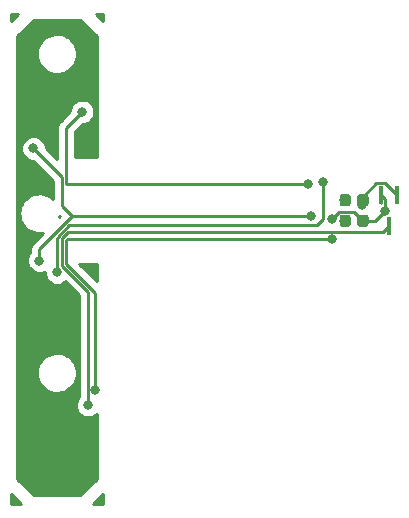
<source format=gbr>
%TF.GenerationSoftware,KiCad,Pcbnew,(5.99.0-2309-gaf729d578)*%
%TF.CreationDate,2020-09-01T21:34:39-04:00*%
%TF.ProjectId,flex,666c6578-2e6b-4696-9361-645f70636258,rev?*%
%TF.SameCoordinates,Original*%
%TF.FileFunction,Copper,L1,Top*%
%TF.FilePolarity,Positive*%
%FSLAX46Y46*%
G04 Gerber Fmt 4.6, Leading zero omitted, Abs format (unit mm)*
G04 Created by KiCad (PCBNEW (5.99.0-2309-gaf729d578)) date 2020-09-01 21:34:39*
%MOMM*%
%LPD*%
G01*
G04 APERTURE LIST*
%TA.AperFunction,SMDPad,CuDef*%
%ADD10R,0.450000X1.500000*%
%TD*%
%TA.AperFunction,ViaPad*%
%ADD11C,0.800000*%
%TD*%
%TA.AperFunction,Conductor*%
%ADD12C,0.250000*%
%TD*%
%TA.AperFunction,NonConductor*%
%ADD13C,0.254000*%
%TD*%
G04 APERTURE END LIST*
%TO.P,R2,2*%
%TO.N,Net-(D1-Pad2)*%
%TA.AperFunction,SMDPad,CuDef*%
G36*
G01*
X278912500Y-28361316D02*
X279387500Y-28361316D01*
G75*
G02*
X279625000Y-28598816I0J-237500D01*
G01*
X279625000Y-29173816D01*
G75*
G02*
X279387500Y-29411316I-237500J0D01*
G01*
X278912500Y-29411316D01*
G75*
G02*
X278675000Y-29173816I0J237500D01*
G01*
X278675000Y-28598816D01*
G75*
G02*
X278912500Y-28361316I237500J0D01*
G01*
G37*
%TD.AperFunction*%
%TO.P,R2,1*%
%TO.N,VIN*%
%TA.AperFunction,SMDPad,CuDef*%
G36*
G01*
X278912500Y-26611316D02*
X279387500Y-26611316D01*
G75*
G02*
X279625000Y-26848816I0J-237500D01*
G01*
X279625000Y-27423816D01*
G75*
G02*
X279387500Y-27661316I-237500J0D01*
G01*
X278912500Y-27661316D01*
G75*
G02*
X278675000Y-27423816I0J237500D01*
G01*
X278675000Y-26848816D01*
G75*
G02*
X278912500Y-26611316I237500J0D01*
G01*
G37*
%TD.AperFunction*%
%TD*%
%TO.P,R1,2*%
%TO.N,GND*%
%TA.AperFunction,SMDPad,CuDef*%
G36*
G01*
X280412500Y-28361316D02*
X280887500Y-28361316D01*
G75*
G02*
X281125000Y-28598816I0J-237500D01*
G01*
X281125000Y-29173816D01*
G75*
G02*
X280887500Y-29411316I-237500J0D01*
G01*
X280412500Y-29411316D01*
G75*
G02*
X280175000Y-29173816I0J237500D01*
G01*
X280175000Y-28598816D01*
G75*
G02*
X280412500Y-28361316I237500J0D01*
G01*
G37*
%TD.AperFunction*%
%TO.P,R1,1*%
%TO.N,FLASHLIGHT*%
%TA.AperFunction,SMDPad,CuDef*%
G36*
G01*
X280412500Y-26611316D02*
X280887500Y-26611316D01*
G75*
G02*
X281125000Y-26848816I0J-237500D01*
G01*
X281125000Y-27423816D01*
G75*
G02*
X280887500Y-27661316I-237500J0D01*
G01*
X280412500Y-27661316D01*
G75*
G02*
X280175000Y-27423816I0J237500D01*
G01*
X280175000Y-26848816D01*
G75*
G02*
X280412500Y-26611316I237500J0D01*
G01*
G37*
%TD.AperFunction*%
%TD*%
D10*
%TO.P,Q1,3,D*%
%TO.N,Net-(D1-Pad1)*%
X282850000Y-29341316D03*
%TO.P,Q1,2,S*%
%TO.N,GND*%
X282200000Y-26681316D03*
%TO.P,Q1,1,G*%
%TO.N,FLASHLIGHT*%
X283500000Y-26681316D03*
%TD*%
D11*
%TO.N,GND*%
X252750000Y-22750000D03*
X253250000Y-32250000D03*
X276250000Y-28500000D03*
X278000000Y-28750000D03*
%TO.N,BUTTON2*%
X256875000Y-19650000D03*
%TO.N,GND*%
X282559026Y-28029513D03*
%TO.N,BUTTON2*%
X276000000Y-25750000D03*
%TO.N,FLASHLIGHT*%
X280596043Y-27520059D03*
%TO.N,BUTTON4*%
X277250000Y-25561316D03*
X254750000Y-33250000D03*
%TO.N,Net-(D1-Pad2)*%
X258000000Y-43250000D03*
X278000000Y-30461316D03*
%TO.N,Net-(D1-Pad1)*%
X257374990Y-44500000D03*
%TO.N,Net-(D1-Pad2)*%
X279070883Y-28881607D03*
%TO.N,VIN*%
X279070883Y-27141025D03*
%TD*%
D12*
%TO.N,BUTTON2*%
X255531786Y-25750000D02*
X255524990Y-25743204D01*
%TO.N,GND*%
X252750000Y-22750000D02*
X255174979Y-25174979D01*
%TO.N,BUTTON2*%
X255524990Y-25743204D02*
X255524990Y-21000010D01*
X276000000Y-25750000D02*
X255531786Y-25750000D01*
X255524990Y-21000010D02*
X256875000Y-19650000D01*
%TO.N,GND*%
X255174979Y-25174979D02*
X255174979Y-27616849D01*
X255174979Y-27616849D02*
X256058130Y-28500000D01*
X253250000Y-31308130D02*
X256058130Y-28500000D01*
X253250000Y-32250000D02*
X253250000Y-31308130D01*
X256058130Y-28500000D02*
X276250000Y-28500000D01*
X278000000Y-28750000D02*
X278613694Y-28136306D01*
X278613694Y-28136306D02*
X279899990Y-28136306D01*
X279899990Y-28136306D02*
X280650000Y-28886316D01*
%TO.N,FLASHLIGHT*%
X280650000Y-27466102D02*
X280596043Y-27520059D01*
%TO.N,GND*%
X280650000Y-28886316D02*
X281702223Y-28886316D01*
X281702223Y-28886316D02*
X282559026Y-28029513D01*
%TO.N,FLASHLIGHT*%
X280650000Y-27136316D02*
X280650000Y-27466102D01*
%TO.N,GND*%
X282200000Y-26681316D02*
X282559026Y-27040342D01*
X282559026Y-27040342D02*
X282559026Y-28029513D01*
%TO.N,Net-(D1-Pad1)*%
X255174979Y-32674979D02*
X257374990Y-34874990D01*
X255174979Y-30373131D02*
X255174979Y-32674979D01*
X255711796Y-29836314D02*
X255174979Y-30373131D01*
%TO.N,BUTTON4*%
X277250000Y-28750000D02*
X277250000Y-25561316D01*
%TO.N,Net-(D1-Pad1)*%
X282355002Y-29836314D02*
X255711796Y-29836314D01*
X282850000Y-29341316D02*
X282355002Y-29836314D01*
X257374990Y-34874990D02*
X257374990Y-44500000D01*
%TO.N,BUTTON4*%
X254750000Y-30303120D02*
X254824968Y-30303120D01*
X276750000Y-29250000D02*
X277250000Y-28750000D01*
X254824968Y-30303120D02*
X254824968Y-30228152D01*
X254824968Y-30228152D02*
X255803120Y-29250000D01*
X255803120Y-29250000D02*
X276750000Y-29250000D01*
%TO.N,Net-(D1-Pad2)*%
X255524990Y-30518110D02*
X255656796Y-30386304D01*
%TO.N,BUTTON4*%
X254750000Y-30303120D02*
X254750000Y-33250000D01*
%TO.N,Net-(D1-Pad2)*%
X277924988Y-30386304D02*
X278000000Y-30461316D01*
X258000000Y-43250000D02*
X258000000Y-34979526D01*
X255524990Y-32504516D02*
X255524990Y-30518110D01*
X255656796Y-30386304D02*
X277924988Y-30386304D01*
X258000000Y-34979526D02*
X255524990Y-32504516D01*
%TO.N,FLASHLIGHT*%
X283500000Y-26681316D02*
X282524999Y-25706315D01*
X282524999Y-25706315D02*
X281793685Y-25706315D01*
X281793685Y-25706315D02*
X280650000Y-26850000D01*
X280650000Y-26850000D02*
X280650000Y-27136316D01*
%TO.N,GND*%
X282200000Y-27336316D02*
X282200000Y-26681316D01*
%TD*%
D13*
X258624000Y-11984987D02*
X258018926Y-11376000D01*
X258624000Y-11376000D01*
X258624000Y-11984987D01*
%TA.AperFunction,NonConductor*%
G36*
X258624000Y-11984987D02*
G01*
X258018926Y-11376000D01*
X258624000Y-11376000D01*
X258624000Y-11984987D01*
G37*
%TD.AperFunction*%
X250876000Y-11984988D02*
X250876000Y-11376000D01*
X251481074Y-11376000D01*
X250876000Y-11984988D01*
%TA.AperFunction,NonConductor*%
G36*
X250876000Y-11984988D02*
G01*
X250876000Y-11376000D01*
X251481074Y-11376000D01*
X250876000Y-11984988D01*
G37*
%TD.AperFunction*%
X254981915Y-28499999D02*
X254901523Y-28580391D01*
X254926456Y-28444540D01*
X254981915Y-28499999D01*
%TA.AperFunction,NonConductor*%
G36*
X254981915Y-28499999D02*
G01*
X254901523Y-28580391D01*
X254926456Y-28444540D01*
X254981915Y-28499999D01*
G37*
%TD.AperFunction*%
X258116001Y-34019312D02*
X256634000Y-32537312D01*
X258116001Y-32537312D01*
X258116001Y-34019312D01*
%TA.AperFunction,NonConductor*%
G36*
X258116001Y-34019312D02*
G01*
X256634000Y-32537312D01*
X258116001Y-32537312D01*
X258116001Y-34019312D01*
G37*
%TD.AperFunction*%
X258116001Y-13272732D02*
X258116000Y-23453018D01*
X256285990Y-23469243D01*
X256285990Y-21315225D01*
X256915216Y-20686000D01*
X257003062Y-20686000D01*
X257019438Y-20683844D01*
X257266835Y-20617554D01*
X257282095Y-20611233D01*
X257503905Y-20483171D01*
X257517009Y-20473116D01*
X257698116Y-20292009D01*
X257708171Y-20278905D01*
X257836233Y-20057095D01*
X257842554Y-20041835D01*
X257908844Y-19794438D01*
X257911000Y-19778062D01*
X257911000Y-19521938D01*
X257908844Y-19505562D01*
X257842554Y-19258165D01*
X257836233Y-19242905D01*
X257708171Y-19021095D01*
X257698116Y-19007991D01*
X257517009Y-18826884D01*
X257503905Y-18816829D01*
X257282095Y-18688767D01*
X257266835Y-18682446D01*
X257019438Y-18616156D01*
X257003062Y-18614000D01*
X256746938Y-18614000D01*
X256730562Y-18616156D01*
X256483165Y-18682446D01*
X256467905Y-18688767D01*
X256246095Y-18816829D01*
X256232991Y-18826884D01*
X256051884Y-19007991D01*
X256041829Y-19021095D01*
X255913767Y-19242905D01*
X255907446Y-19258165D01*
X255841156Y-19505562D01*
X255839000Y-19521938D01*
X255839000Y-19609784D01*
X255057999Y-20390786D01*
X254908755Y-20540030D01*
X254897098Y-20556075D01*
X254874128Y-20601154D01*
X254844383Y-20642095D01*
X254835379Y-20659767D01*
X254819743Y-20707892D01*
X254796773Y-20752970D01*
X254790644Y-20771833D01*
X254782729Y-20821811D01*
X254767093Y-20869932D01*
X254763991Y-20889521D01*
X254763991Y-20950036D01*
X254763990Y-23687776D01*
X253786000Y-22709786D01*
X253786000Y-22621938D01*
X253783844Y-22605562D01*
X253717554Y-22358165D01*
X253711233Y-22342905D01*
X253583171Y-22121095D01*
X253573116Y-22107991D01*
X253392009Y-21926884D01*
X253378905Y-21916829D01*
X253157095Y-21788767D01*
X253141835Y-21782446D01*
X252894438Y-21716156D01*
X252878062Y-21714000D01*
X252621938Y-21714000D01*
X252605562Y-21716156D01*
X252358165Y-21782446D01*
X252342905Y-21788767D01*
X252121095Y-21916829D01*
X252107991Y-21926884D01*
X251926884Y-22107991D01*
X251916829Y-22121095D01*
X251788767Y-22342905D01*
X251782446Y-22358165D01*
X251716156Y-22605562D01*
X251714000Y-22621938D01*
X251714000Y-22878062D01*
X251716156Y-22894438D01*
X251782446Y-23141835D01*
X251788767Y-23157095D01*
X251916829Y-23378905D01*
X251926884Y-23392009D01*
X252107991Y-23573116D01*
X252121095Y-23583171D01*
X252342905Y-23711233D01*
X252358165Y-23717554D01*
X252605562Y-23783844D01*
X252621938Y-23786000D01*
X252709786Y-23786000D01*
X254413979Y-25490194D01*
X254413980Y-27032961D01*
X254326014Y-26948013D01*
X254318192Y-26941588D01*
X254104008Y-26792727D01*
X254095261Y-26787636D01*
X253860032Y-26674932D01*
X253850583Y-26671305D01*
X253600361Y-26597662D01*
X253590454Y-26595592D01*
X253331676Y-26562900D01*
X253321565Y-26562441D01*
X253060890Y-26571544D01*
X253050836Y-26572708D01*
X252794969Y-26623371D01*
X252785230Y-26626126D01*
X252540756Y-26717045D01*
X252531583Y-26721323D01*
X252304788Y-26850160D01*
X252296417Y-26855849D01*
X252093139Y-27019288D01*
X252085785Y-27026243D01*
X251911253Y-27220081D01*
X251905106Y-27228121D01*
X251763810Y-27447370D01*
X251759027Y-27456290D01*
X251654602Y-27695308D01*
X251651307Y-27704878D01*
X251586440Y-27957518D01*
X251584717Y-27967492D01*
X251561078Y-28227252D01*
X251560972Y-28237373D01*
X251579167Y-28497572D01*
X251580680Y-28507579D01*
X251640242Y-28761522D01*
X251643336Y-28771159D01*
X251742732Y-29012312D01*
X251747327Y-29021330D01*
X251884000Y-29243490D01*
X251889978Y-29251657D01*
X252060412Y-29449107D01*
X252067619Y-29456214D01*
X252267429Y-29623875D01*
X252275680Y-29629738D01*
X252499725Y-29763296D01*
X252508807Y-29767765D01*
X252751325Y-29863784D01*
X252761004Y-29866743D01*
X253015753Y-29922753D01*
X253025781Y-29924127D01*
X253286208Y-29938687D01*
X253296326Y-29938440D01*
X253555731Y-29911176D01*
X253565680Y-29909314D01*
X253575183Y-29906732D01*
X252783010Y-30698906D01*
X252633765Y-30848150D01*
X252622108Y-30864195D01*
X252599138Y-30909274D01*
X252569393Y-30950215D01*
X252560389Y-30967887D01*
X252544753Y-31016012D01*
X252521783Y-31061090D01*
X252515654Y-31079953D01*
X252507739Y-31129931D01*
X252492103Y-31178052D01*
X252489001Y-31197641D01*
X252489001Y-31545875D01*
X252426884Y-31607991D01*
X252416829Y-31621095D01*
X252288767Y-31842905D01*
X252282446Y-31858165D01*
X252216156Y-32105562D01*
X252214000Y-32121938D01*
X252214000Y-32378062D01*
X252216156Y-32394438D01*
X252282446Y-32641835D01*
X252288767Y-32657095D01*
X252416829Y-32878905D01*
X252426884Y-32892009D01*
X252607991Y-33073116D01*
X252621095Y-33083171D01*
X252842905Y-33211233D01*
X252858165Y-33217554D01*
X253105562Y-33283844D01*
X253121938Y-33286000D01*
X253378062Y-33286000D01*
X253394438Y-33283844D01*
X253641835Y-33217554D01*
X253657095Y-33211233D01*
X253714000Y-33178379D01*
X253714000Y-33378062D01*
X253716156Y-33394438D01*
X253782446Y-33641835D01*
X253788767Y-33657095D01*
X253916829Y-33878905D01*
X253926884Y-33892009D01*
X254107991Y-34073116D01*
X254121095Y-34083171D01*
X254342905Y-34211233D01*
X254358165Y-34217554D01*
X254605562Y-34283844D01*
X254621938Y-34286000D01*
X254878062Y-34286000D01*
X254894438Y-34283844D01*
X255141835Y-34217554D01*
X255157095Y-34211233D01*
X255378905Y-34083171D01*
X255392009Y-34073116D01*
X255444455Y-34020670D01*
X256613990Y-35190207D01*
X256613991Y-43795875D01*
X256551874Y-43857991D01*
X256541819Y-43871095D01*
X256413757Y-44092905D01*
X256407436Y-44108165D01*
X256341146Y-44355562D01*
X256338990Y-44371938D01*
X256338990Y-44628062D01*
X256341146Y-44644438D01*
X256407436Y-44891835D01*
X256413757Y-44907095D01*
X256541819Y-45128905D01*
X256551874Y-45142009D01*
X256732981Y-45323116D01*
X256746085Y-45333171D01*
X256967895Y-45461233D01*
X256983155Y-45467554D01*
X257230552Y-45533844D01*
X257246928Y-45536000D01*
X257503052Y-45536000D01*
X257519428Y-45533844D01*
X257766825Y-45467554D01*
X257782085Y-45461233D01*
X258003895Y-45333171D01*
X258016999Y-45323116D01*
X258116001Y-45224114D01*
X258116000Y-50738585D01*
X256736192Y-52127316D01*
X252763809Y-52127316D01*
X251384000Y-50738586D01*
X251384000Y-41737373D01*
X253060972Y-41737373D01*
X253079167Y-41997572D01*
X253080680Y-42007579D01*
X253140242Y-42261522D01*
X253143336Y-42271159D01*
X253242732Y-42512312D01*
X253247327Y-42521330D01*
X253384000Y-42743490D01*
X253389978Y-42751657D01*
X253560412Y-42949107D01*
X253567619Y-42956214D01*
X253767429Y-43123875D01*
X253775680Y-43129738D01*
X253999725Y-43263296D01*
X254008807Y-43267765D01*
X254251325Y-43363784D01*
X254261004Y-43366743D01*
X254515753Y-43422753D01*
X254525781Y-43424127D01*
X254786208Y-43438687D01*
X254796326Y-43438440D01*
X255055731Y-43411176D01*
X255065680Y-43409314D01*
X255317389Y-43340926D01*
X255326913Y-43337498D01*
X255564450Y-43229745D01*
X255573302Y-43224839D01*
X255790556Y-43080496D01*
X255798510Y-43074236D01*
X255989893Y-42897015D01*
X255996744Y-42889564D01*
X256157329Y-42684025D01*
X256162901Y-42675575D01*
X256288559Y-42447004D01*
X256292708Y-42437772D01*
X256380205Y-42192051D01*
X256382824Y-42182275D01*
X256429969Y-41925401D01*
X256431003Y-41914668D01*
X256434083Y-41620573D01*
X256433274Y-41609821D01*
X256391519Y-41352016D01*
X256389105Y-41342186D01*
X256306773Y-41094687D01*
X256302818Y-41085370D01*
X256181974Y-40854218D01*
X256176581Y-40845653D01*
X256020336Y-40636796D01*
X256013642Y-40629204D01*
X255826014Y-40448013D01*
X255818192Y-40441588D01*
X255604008Y-40292727D01*
X255595261Y-40287636D01*
X255360032Y-40174932D01*
X255350583Y-40171305D01*
X255100361Y-40097662D01*
X255090454Y-40095592D01*
X254831676Y-40062900D01*
X254821565Y-40062441D01*
X254560890Y-40071544D01*
X254550836Y-40072708D01*
X254294969Y-40123371D01*
X254285230Y-40126126D01*
X254040756Y-40217045D01*
X254031583Y-40221323D01*
X253804788Y-40350160D01*
X253796417Y-40355849D01*
X253593139Y-40519288D01*
X253585785Y-40526243D01*
X253411253Y-40720081D01*
X253405106Y-40728121D01*
X253263810Y-40947370D01*
X253259027Y-40956290D01*
X253154602Y-41195308D01*
X253151307Y-41204878D01*
X253086440Y-41457518D01*
X253084717Y-41467492D01*
X253061078Y-41727252D01*
X253060972Y-41737373D01*
X251384000Y-41737373D01*
X251384000Y-14737373D01*
X253060972Y-14737373D01*
X253079167Y-14997572D01*
X253080680Y-15007579D01*
X253140242Y-15261522D01*
X253143336Y-15271159D01*
X253242732Y-15512312D01*
X253247327Y-15521330D01*
X253384000Y-15743490D01*
X253389978Y-15751657D01*
X253560412Y-15949107D01*
X253567619Y-15956214D01*
X253767429Y-16123875D01*
X253775680Y-16129738D01*
X253999725Y-16263296D01*
X254008807Y-16267765D01*
X254251325Y-16363784D01*
X254261004Y-16366743D01*
X254515753Y-16422753D01*
X254525781Y-16424127D01*
X254786208Y-16438687D01*
X254796326Y-16438440D01*
X255055731Y-16411176D01*
X255065680Y-16409314D01*
X255317389Y-16340926D01*
X255326913Y-16337498D01*
X255564450Y-16229745D01*
X255573302Y-16224839D01*
X255790556Y-16080496D01*
X255798510Y-16074236D01*
X255989893Y-15897015D01*
X255996744Y-15889564D01*
X256157329Y-15684025D01*
X256162901Y-15675575D01*
X256288559Y-15447004D01*
X256292708Y-15437772D01*
X256380205Y-15192051D01*
X256382824Y-15182275D01*
X256429969Y-14925401D01*
X256431003Y-14914668D01*
X256434083Y-14620573D01*
X256433274Y-14609821D01*
X256391519Y-14352016D01*
X256389105Y-14342186D01*
X256306773Y-14094687D01*
X256302818Y-14085370D01*
X256181974Y-13854218D01*
X256176581Y-13845653D01*
X256020336Y-13636796D01*
X256013642Y-13629204D01*
X255826014Y-13448013D01*
X255818192Y-13441588D01*
X255604008Y-13292727D01*
X255595261Y-13287636D01*
X255360032Y-13174932D01*
X255350583Y-13171305D01*
X255100361Y-13097662D01*
X255090454Y-13095592D01*
X254831676Y-13062900D01*
X254821565Y-13062441D01*
X254560890Y-13071544D01*
X254550836Y-13072708D01*
X254294969Y-13123371D01*
X254285230Y-13126126D01*
X254040756Y-13217045D01*
X254031583Y-13221323D01*
X253804788Y-13350160D01*
X253796417Y-13355849D01*
X253593139Y-13519288D01*
X253585785Y-13526243D01*
X253411253Y-13720081D01*
X253405106Y-13728121D01*
X253263810Y-13947370D01*
X253259027Y-13956290D01*
X253154602Y-14195308D01*
X253151307Y-14204878D01*
X253086440Y-14457518D01*
X253084717Y-14467492D01*
X253061078Y-14727252D01*
X253060972Y-14737373D01*
X251384000Y-14737373D01*
X251384000Y-13272730D01*
X252763809Y-11884000D01*
X256736192Y-11884000D01*
X258116001Y-13272732D01*
%TA.AperFunction,NonConductor*%
G36*
X258116001Y-13272732D02*
G01*
X258116000Y-23453018D01*
X256285990Y-23469243D01*
X256285990Y-21315225D01*
X256915216Y-20686000D01*
X257003062Y-20686000D01*
X257019438Y-20683844D01*
X257266835Y-20617554D01*
X257282095Y-20611233D01*
X257503905Y-20483171D01*
X257517009Y-20473116D01*
X257698116Y-20292009D01*
X257708171Y-20278905D01*
X257836233Y-20057095D01*
X257842554Y-20041835D01*
X257908844Y-19794438D01*
X257911000Y-19778062D01*
X257911000Y-19521938D01*
X257908844Y-19505562D01*
X257842554Y-19258165D01*
X257836233Y-19242905D01*
X257708171Y-19021095D01*
X257698116Y-19007991D01*
X257517009Y-18826884D01*
X257503905Y-18816829D01*
X257282095Y-18688767D01*
X257266835Y-18682446D01*
X257019438Y-18616156D01*
X257003062Y-18614000D01*
X256746938Y-18614000D01*
X256730562Y-18616156D01*
X256483165Y-18682446D01*
X256467905Y-18688767D01*
X256246095Y-18816829D01*
X256232991Y-18826884D01*
X256051884Y-19007991D01*
X256041829Y-19021095D01*
X255913767Y-19242905D01*
X255907446Y-19258165D01*
X255841156Y-19505562D01*
X255839000Y-19521938D01*
X255839000Y-19609784D01*
X255057999Y-20390786D01*
X254908755Y-20540030D01*
X254897098Y-20556075D01*
X254874128Y-20601154D01*
X254844383Y-20642095D01*
X254835379Y-20659767D01*
X254819743Y-20707892D01*
X254796773Y-20752970D01*
X254790644Y-20771833D01*
X254782729Y-20821811D01*
X254767093Y-20869932D01*
X254763991Y-20889521D01*
X254763991Y-20950036D01*
X254763990Y-23687776D01*
X253786000Y-22709786D01*
X253786000Y-22621938D01*
X253783844Y-22605562D01*
X253717554Y-22358165D01*
X253711233Y-22342905D01*
X253583171Y-22121095D01*
X253573116Y-22107991D01*
X253392009Y-21926884D01*
X253378905Y-21916829D01*
X253157095Y-21788767D01*
X253141835Y-21782446D01*
X252894438Y-21716156D01*
X252878062Y-21714000D01*
X252621938Y-21714000D01*
X252605562Y-21716156D01*
X252358165Y-21782446D01*
X252342905Y-21788767D01*
X252121095Y-21916829D01*
X252107991Y-21926884D01*
X251926884Y-22107991D01*
X251916829Y-22121095D01*
X251788767Y-22342905D01*
X251782446Y-22358165D01*
X251716156Y-22605562D01*
X251714000Y-22621938D01*
X251714000Y-22878062D01*
X251716156Y-22894438D01*
X251782446Y-23141835D01*
X251788767Y-23157095D01*
X251916829Y-23378905D01*
X251926884Y-23392009D01*
X252107991Y-23573116D01*
X252121095Y-23583171D01*
X252342905Y-23711233D01*
X252358165Y-23717554D01*
X252605562Y-23783844D01*
X252621938Y-23786000D01*
X252709786Y-23786000D01*
X254413979Y-25490194D01*
X254413980Y-27032961D01*
X254326014Y-26948013D01*
X254318192Y-26941588D01*
X254104008Y-26792727D01*
X254095261Y-26787636D01*
X253860032Y-26674932D01*
X253850583Y-26671305D01*
X253600361Y-26597662D01*
X253590454Y-26595592D01*
X253331676Y-26562900D01*
X253321565Y-26562441D01*
X253060890Y-26571544D01*
X253050836Y-26572708D01*
X252794969Y-26623371D01*
X252785230Y-26626126D01*
X252540756Y-26717045D01*
X252531583Y-26721323D01*
X252304788Y-26850160D01*
X252296417Y-26855849D01*
X252093139Y-27019288D01*
X252085785Y-27026243D01*
X251911253Y-27220081D01*
X251905106Y-27228121D01*
X251763810Y-27447370D01*
X251759027Y-27456290D01*
X251654602Y-27695308D01*
X251651307Y-27704878D01*
X251586440Y-27957518D01*
X251584717Y-27967492D01*
X251561078Y-28227252D01*
X251560972Y-28237373D01*
X251579167Y-28497572D01*
X251580680Y-28507579D01*
X251640242Y-28761522D01*
X251643336Y-28771159D01*
X251742732Y-29012312D01*
X251747327Y-29021330D01*
X251884000Y-29243490D01*
X251889978Y-29251657D01*
X252060412Y-29449107D01*
X252067619Y-29456214D01*
X252267429Y-29623875D01*
X252275680Y-29629738D01*
X252499725Y-29763296D01*
X252508807Y-29767765D01*
X252751325Y-29863784D01*
X252761004Y-29866743D01*
X253015753Y-29922753D01*
X253025781Y-29924127D01*
X253286208Y-29938687D01*
X253296326Y-29938440D01*
X253555731Y-29911176D01*
X253565680Y-29909314D01*
X253575183Y-29906732D01*
X252783010Y-30698906D01*
X252633765Y-30848150D01*
X252622108Y-30864195D01*
X252599138Y-30909274D01*
X252569393Y-30950215D01*
X252560389Y-30967887D01*
X252544753Y-31016012D01*
X252521783Y-31061090D01*
X252515654Y-31079953D01*
X252507739Y-31129931D01*
X252492103Y-31178052D01*
X252489001Y-31197641D01*
X252489001Y-31545875D01*
X252426884Y-31607991D01*
X252416829Y-31621095D01*
X252288767Y-31842905D01*
X252282446Y-31858165D01*
X252216156Y-32105562D01*
X252214000Y-32121938D01*
X252214000Y-32378062D01*
X252216156Y-32394438D01*
X252282446Y-32641835D01*
X252288767Y-32657095D01*
X252416829Y-32878905D01*
X252426884Y-32892009D01*
X252607991Y-33073116D01*
X252621095Y-33083171D01*
X252842905Y-33211233D01*
X252858165Y-33217554D01*
X253105562Y-33283844D01*
X253121938Y-33286000D01*
X253378062Y-33286000D01*
X253394438Y-33283844D01*
X253641835Y-33217554D01*
X253657095Y-33211233D01*
X253714000Y-33178379D01*
X253714000Y-33378062D01*
X253716156Y-33394438D01*
X253782446Y-33641835D01*
X253788767Y-33657095D01*
X253916829Y-33878905D01*
X253926884Y-33892009D01*
X254107991Y-34073116D01*
X254121095Y-34083171D01*
X254342905Y-34211233D01*
X254358165Y-34217554D01*
X254605562Y-34283844D01*
X254621938Y-34286000D01*
X254878062Y-34286000D01*
X254894438Y-34283844D01*
X255141835Y-34217554D01*
X255157095Y-34211233D01*
X255378905Y-34083171D01*
X255392009Y-34073116D01*
X255444455Y-34020670D01*
X256613990Y-35190207D01*
X256613991Y-43795875D01*
X256551874Y-43857991D01*
X256541819Y-43871095D01*
X256413757Y-44092905D01*
X256407436Y-44108165D01*
X256341146Y-44355562D01*
X256338990Y-44371938D01*
X256338990Y-44628062D01*
X256341146Y-44644438D01*
X256407436Y-44891835D01*
X256413757Y-44907095D01*
X256541819Y-45128905D01*
X256551874Y-45142009D01*
X256732981Y-45323116D01*
X256746085Y-45333171D01*
X256967895Y-45461233D01*
X256983155Y-45467554D01*
X257230552Y-45533844D01*
X257246928Y-45536000D01*
X257503052Y-45536000D01*
X257519428Y-45533844D01*
X257766825Y-45467554D01*
X257782085Y-45461233D01*
X258003895Y-45333171D01*
X258016999Y-45323116D01*
X258116001Y-45224114D01*
X258116000Y-50738585D01*
X256736192Y-52127316D01*
X252763809Y-52127316D01*
X251384000Y-50738586D01*
X251384000Y-41737373D01*
X253060972Y-41737373D01*
X253079167Y-41997572D01*
X253080680Y-42007579D01*
X253140242Y-42261522D01*
X253143336Y-42271159D01*
X253242732Y-42512312D01*
X253247327Y-42521330D01*
X253384000Y-42743490D01*
X253389978Y-42751657D01*
X253560412Y-42949107D01*
X253567619Y-42956214D01*
X253767429Y-43123875D01*
X253775680Y-43129738D01*
X253999725Y-43263296D01*
X254008807Y-43267765D01*
X254251325Y-43363784D01*
X254261004Y-43366743D01*
X254515753Y-43422753D01*
X254525781Y-43424127D01*
X254786208Y-43438687D01*
X254796326Y-43438440D01*
X255055731Y-43411176D01*
X255065680Y-43409314D01*
X255317389Y-43340926D01*
X255326913Y-43337498D01*
X255564450Y-43229745D01*
X255573302Y-43224839D01*
X255790556Y-43080496D01*
X255798510Y-43074236D01*
X255989893Y-42897015D01*
X255996744Y-42889564D01*
X256157329Y-42684025D01*
X256162901Y-42675575D01*
X256288559Y-42447004D01*
X256292708Y-42437772D01*
X256380205Y-42192051D01*
X256382824Y-42182275D01*
X256429969Y-41925401D01*
X256431003Y-41914668D01*
X256434083Y-41620573D01*
X256433274Y-41609821D01*
X256391519Y-41352016D01*
X256389105Y-41342186D01*
X256306773Y-41094687D01*
X256302818Y-41085370D01*
X256181974Y-40854218D01*
X256176581Y-40845653D01*
X256020336Y-40636796D01*
X256013642Y-40629204D01*
X255826014Y-40448013D01*
X255818192Y-40441588D01*
X255604008Y-40292727D01*
X255595261Y-40287636D01*
X255360032Y-40174932D01*
X255350583Y-40171305D01*
X255100361Y-40097662D01*
X255090454Y-40095592D01*
X254831676Y-40062900D01*
X254821565Y-40062441D01*
X254560890Y-40071544D01*
X254550836Y-40072708D01*
X254294969Y-40123371D01*
X254285230Y-40126126D01*
X254040756Y-40217045D01*
X254031583Y-40221323D01*
X253804788Y-40350160D01*
X253796417Y-40355849D01*
X253593139Y-40519288D01*
X253585785Y-40526243D01*
X253411253Y-40720081D01*
X253405106Y-40728121D01*
X253263810Y-40947370D01*
X253259027Y-40956290D01*
X253154602Y-41195308D01*
X253151307Y-41204878D01*
X253086440Y-41457518D01*
X253084717Y-41467492D01*
X253061078Y-41727252D01*
X253060972Y-41737373D01*
X251384000Y-41737373D01*
X251384000Y-14737373D01*
X253060972Y-14737373D01*
X253079167Y-14997572D01*
X253080680Y-15007579D01*
X253140242Y-15261522D01*
X253143336Y-15271159D01*
X253242732Y-15512312D01*
X253247327Y-15521330D01*
X253384000Y-15743490D01*
X253389978Y-15751657D01*
X253560412Y-15949107D01*
X253567619Y-15956214D01*
X253767429Y-16123875D01*
X253775680Y-16129738D01*
X253999725Y-16263296D01*
X254008807Y-16267765D01*
X254251325Y-16363784D01*
X254261004Y-16366743D01*
X254515753Y-16422753D01*
X254525781Y-16424127D01*
X254786208Y-16438687D01*
X254796326Y-16438440D01*
X255055731Y-16411176D01*
X255065680Y-16409314D01*
X255317389Y-16340926D01*
X255326913Y-16337498D01*
X255564450Y-16229745D01*
X255573302Y-16224839D01*
X255790556Y-16080496D01*
X255798510Y-16074236D01*
X255989893Y-15897015D01*
X255996744Y-15889564D01*
X256157329Y-15684025D01*
X256162901Y-15675575D01*
X256288559Y-15447004D01*
X256292708Y-15437772D01*
X256380205Y-15192051D01*
X256382824Y-15182275D01*
X256429969Y-14925401D01*
X256431003Y-14914668D01*
X256434083Y-14620573D01*
X256433274Y-14609821D01*
X256391519Y-14352016D01*
X256389105Y-14342186D01*
X256306773Y-14094687D01*
X256302818Y-14085370D01*
X256181974Y-13854218D01*
X256176581Y-13845653D01*
X256020336Y-13636796D01*
X256013642Y-13629204D01*
X255826014Y-13448013D01*
X255818192Y-13441588D01*
X255604008Y-13292727D01*
X255595261Y-13287636D01*
X255360032Y-13174932D01*
X255350583Y-13171305D01*
X255100361Y-13097662D01*
X255090454Y-13095592D01*
X254831676Y-13062900D01*
X254821565Y-13062441D01*
X254560890Y-13071544D01*
X254550836Y-13072708D01*
X254294969Y-13123371D01*
X254285230Y-13126126D01*
X254040756Y-13217045D01*
X254031583Y-13221323D01*
X253804788Y-13350160D01*
X253796417Y-13355849D01*
X253593139Y-13519288D01*
X253585785Y-13526243D01*
X253411253Y-13720081D01*
X253405106Y-13728121D01*
X253263810Y-13947370D01*
X253259027Y-13956290D01*
X253154602Y-14195308D01*
X253151307Y-14204878D01*
X253086440Y-14457518D01*
X253084717Y-14467492D01*
X253061078Y-14727252D01*
X253060972Y-14737373D01*
X251384000Y-14737373D01*
X251384000Y-13272730D01*
X252763809Y-11884000D01*
X256736192Y-11884000D01*
X258116001Y-13272732D01*
G37*
%TD.AperFunction*%
X251718224Y-52873999D02*
X250876000Y-52873999D01*
X250876000Y-52026329D01*
X251718224Y-52873999D01*
%TA.AperFunction,NonConductor*%
G36*
X251718224Y-52873999D02*
G01*
X250876000Y-52873999D01*
X250876000Y-52026329D01*
X251718224Y-52873999D01*
G37*
%TD.AperFunction*%
X258624000Y-52874001D02*
X257781775Y-52874001D01*
X258624000Y-52026329D01*
X258624000Y-52874001D01*
%TA.AperFunction,NonConductor*%
G36*
X258624000Y-52874001D02*
G01*
X257781775Y-52874001D01*
X258624000Y-52026329D01*
X258624000Y-52874001D01*
G37*
%TD.AperFunction*%
M02*

</source>
